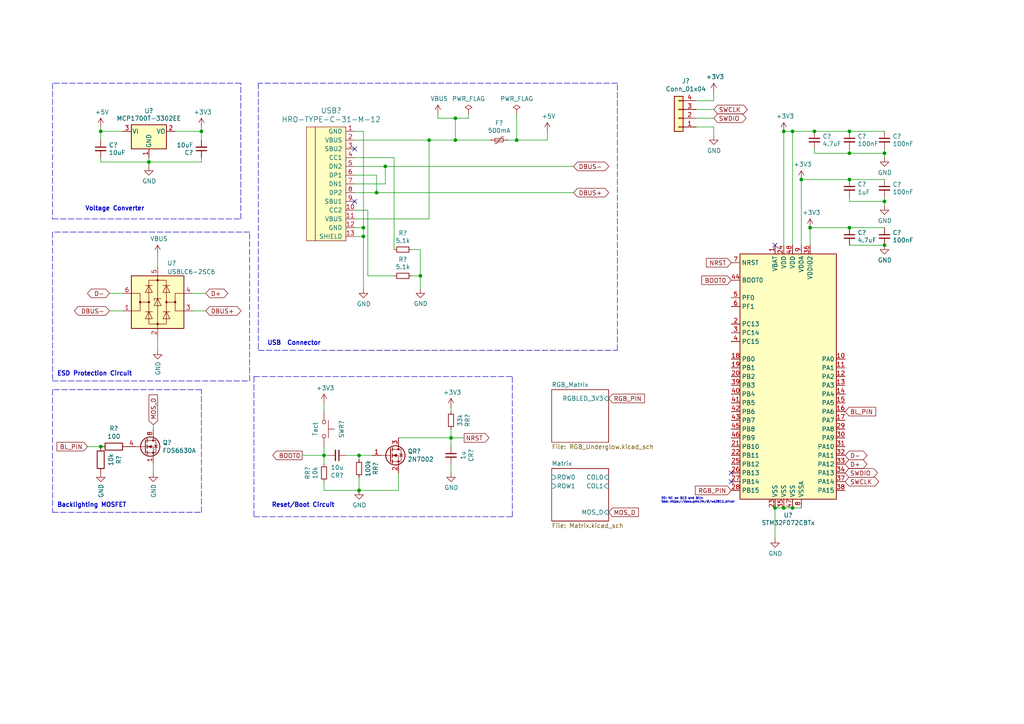
<source format=kicad_sch>
(kicad_sch (version 20211123) (generator eeschema)
  (paper "A4")
  (lib_symbols
    (symbol "Connector_Generic:Conn_01x04" (pin_names (offset 1.016) hide)
      (property "Reference" "J" (at 0 5.08 0))
      (property "Value" "Conn_01x04" (at 0 -7.62 0))
      (symbol "Conn_01x04_1_1"
        (rectangle (start -1.27 -4.953) (end 0 -5.207) (stroke (width 0.1524)))
        (rectangle (start -1.27 -2.413) (end 0 -2.667) (stroke (width 0.1524)))
        (rectangle (start -1.27 0.127) (end 0 -0.127) (stroke (width 0.1524)))
        (rectangle (start -1.27 2.667) (end 0 2.413) (stroke (width 0.1524)))
        (rectangle (start -1.27 3.81) (end 1.27 -6.35) (stroke (width 0.254)) (fill (type background)))
        (pin passive line (at -5.08 2.54 0) (length 3.81) (name "Pin_1") (number "1"))
        (pin passive line (at -5.08 0 0) (length 3.81) (name "Pin_2") (number "2"))
        (pin passive line (at -5.08 -2.54 0) (length 3.81) (name "Pin_3") (number "3"))
        (pin passive line (at -5.08 -5.08 0) (length 3.81) (name "Pin_4") (number "4"))
      )
    )
    (symbol "Device:C_Small" (pin_numbers hide) (pin_names (offset 0.254) hide)
      (property "Reference" "C" (at 0.254 1.778 0))
      (property "Value" "C_Small" (at 0.254 -2.032 0))
      (symbol "C_Small_0_1"
        (polyline (pts (xy -1.524 -0.508) (xy 1.524 -0.508)) (stroke (width 0.3302)))
        (polyline (pts (xy -1.524 0.508) (xy 1.524 0.508)) (stroke (width 0.3048)))
      )
      (symbol "C_Small_1_1"
        (pin passive line (at 0 2.54 270) (length 2.032) (name "~") (number "1"))
        (pin passive line (at 0 -2.54 90) (length 2.032) (name "~") (number "2"))
      )
    )
    (symbol "Device:Polyfuse_Small" (pin_numbers hide) (pin_names (offset 0))
      (property "Reference" "F" (at -1.905 0 90))
      (property "Value" "Polyfuse_Small" (at 1.905 0 90))
      (symbol "Polyfuse_Small_0_1"
        (rectangle (start -0.508 1.27) (end 0.508 -1.27))
        (polyline (pts (xy 0 2.54) (xy 0 -2.54)))
        (polyline (pts (xy -1.016 1.27) (xy -1.016 0.762) (xy 1.016 -0.762) (xy 1.016 -1.27)))
      )
      (symbol "Polyfuse_Small_1_1"
        (pin passive line (at 0 2.54 270) (length 0.635) (name "~") (number "1"))
        (pin passive line (at 0 -2.54 90) (length 0.635) (name "~") (number "2"))
      )
    )
    (symbol "Device:R" (pin_numbers hide) (pin_names (offset 0))
      (property "Reference" "R" (at 2.032 0 90))
      (property "Value" "R" (at 0 0 90))
      (symbol "R_0_1"
        (rectangle (start -1.016 -2.54) (end 1.016 2.54) (stroke (width 0.254)))
      )
      (symbol "R_1_1"
        (pin passive line (at 0 3.81 270) (length 1.27) (name "~") (number "1"))
        (pin passive line (at 0 -3.81 90) (length 1.27) (name "~") (number "2"))
      )
    )
    (symbol "Device:R_Small" (pin_numbers hide) (pin_names (offset 0.254) hide)
      (property "Reference" "R" (at 0.762 0.508 0))
      (property "Value" "R_Small" (at 0.762 -1.016 0))
      (symbol "R_Small_0_1"
        (rectangle (start -0.762 1.778) (end 0.762 -1.778) (stroke (width 0.2032)))
      )
      (symbol "R_Small_1_1"
        (pin passive line (at 0 2.54 270) (length 0.762) (name "~") (number "1"))
        (pin passive line (at 0 -2.54 90) (length 0.762) (name "~") (number "2"))
      )
    )
    (symbol "MCU_ST_STM32F0:STM32F072C8Tx"
      (property "Reference" "U" (at -15.24 36.83 0))
      (property "Value" "STM32F072C8Tx" (at 7.62 36.83 0))
      (symbol "STM32F072C8Tx_0_1"
        (rectangle (start -15.24 -35.56) (end 12.7 35.56) (stroke (width 0.254)) (fill (type background)))
      )
      (symbol "STM32F072C8Tx_1_1"
        (pin power_in line (at -5.08 38.1 270) (length 2.54) (name "VBAT") (number "1"))
        (pin bidirectional line (at 15.24 5.08 180) (length 2.54) (name "PA0") (number "10"))
        (pin bidirectional line (at 15.24 2.54 180) (length 2.54) (name "PA1") (number "11"))
        (pin bidirectional line (at 15.24 0 180) (length 2.54) (name "PA2") (number "12"))
        (pin bidirectional line (at 15.24 -2.54 180) (length 2.54) (name "PA3") (number "13"))
        (pin bidirectional line (at 15.24 -5.08 180) (length 2.54) (name "PA4") (number "14"))
        (pin bidirectional line (at 15.24 -7.62 180) (length 2.54) (name "PA5") (number "15"))
        (pin bidirectional line (at 15.24 -10.16 180) (length 2.54) (name "PA6") (number "16"))
        (pin bidirectional line (at 15.24 -12.7 180) (length 2.54) (name "PA7") (number "17"))
        (pin bidirectional line (at -17.78 5.08 0) (length 2.54) (name "PB0") (number "18"))
        (pin bidirectional line (at -17.78 2.54 0) (length 2.54) (name "PB1") (number "19"))
        (pin bidirectional line (at -17.78 15.24 0) (length 2.54) (name "PC13") (number "2"))
        (pin bidirectional line (at -17.78 0 0) (length 2.54) (name "PB2") (number "20"))
        (pin bidirectional line (at -17.78 -20.32 0) (length 2.54) (name "PB10") (number "21"))
        (pin bidirectional line (at -17.78 -22.86 0) (length 2.54) (name "PB11") (number "22"))
        (pin power_in line (at -5.08 -38.1 90) (length 2.54) (name "VSS") (number "23"))
        (pin power_in line (at -2.54 38.1 270) (length 2.54) (name "VDD") (number "24"))
        (pin bidirectional line (at -17.78 -25.4 0) (length 2.54) (name "PB12") (number "25"))
        (pin bidirectional line (at -17.78 -27.94 0) (length 2.54) (name "PB13") (number "26"))
        (pin bidirectional line (at -17.78 -30.48 0) (length 2.54) (name "PB14") (number "27"))
        (pin bidirectional line (at -17.78 -33.02 0) (length 2.54) (name "PB15") (number "28"))
        (pin bidirectional line (at 15.24 -15.24 180) (length 2.54) (name "PA8") (number "29"))
        (pin bidirectional line (at -17.78 12.7 0) (length 2.54) (name "PC14") (number "3"))
        (pin bidirectional line (at 15.24 -17.78 180) (length 2.54) (name "PA9") (number "30"))
        (pin bidirectional line (at 15.24 -20.32 180) (length 2.54) (name "PA10") (number "31"))
        (pin bidirectional line (at 15.24 -22.86 180) (length 2.54) (name "PA11") (number "32"))
        (pin bidirectional line (at 15.24 -25.4 180) (length 2.54) (name "PA12") (number "33"))
        (pin bidirectional line (at 15.24 -27.94 180) (length 2.54) (name "PA13") (number "34"))
        (pin power_in line (at -2.54 -38.1 90) (length 2.54) (name "VSS") (number "35"))
        (pin power_in line (at 5.08 38.1 270) (length 2.54) (name "VDDIO2") (number "36"))
        (pin bidirectional line (at 15.24 -30.48 180) (length 2.54) (name "PA14") (number "37"))
        (pin bidirectional line (at 15.24 -33.02 180) (length 2.54) (name "PA15") (number "38"))
        (pin bidirectional line (at -17.78 -2.54 0) (length 2.54) (name "PB3") (number "39"))
        (pin bidirectional line (at -17.78 10.16 0) (length 2.54) (name "PC15") (number "4"))
        (pin bidirectional line (at -17.78 -5.08 0) (length 2.54) (name "PB4") (number "40"))
        (pin bidirectional line (at -17.78 -7.62 0) (length 2.54) (name "PB5") (number "41"))
        (pin bidirectional line (at -17.78 -10.16 0) (length 2.54) (name "PB6") (number "42"))
        (pin bidirectional line (at -17.78 -12.7 0) (length 2.54) (name "PB7") (number "43"))
        (pin input line (at -17.78 27.94 0) (length 2.54) (name "BOOT0") (number "44"))
        (pin bidirectional line (at -17.78 -15.24 0) (length 2.54) (name "PB8") (number "45"))
        (pin bidirectional line (at -17.78 -17.78 0) (length 2.54) (name "PB9") (number "46"))
        (pin power_in line (at 0 -38.1 90) (length 2.54) (name "VSS") (number "47"))
        (pin power_in line (at 0 38.1 270) (length 2.54) (name "VDD") (number "48"))
        (pin input line (at -17.78 22.86 0) (length 2.54) (name "PF0") (number "5"))
        (pin input line (at -17.78 20.32 0) (length 2.54) (name "PF1") (number "6"))
        (pin input line (at -17.78 33.02 0) (length 2.54) (name "NRST") (number "7"))
        (pin power_in line (at 2.54 -38.1 90) (length 2.54) (name "VSSA") (number "8"))
        (pin power_in line (at 2.54 38.1 270) (length 2.54) (name "VDDA") (number "9"))
      )
    )
    (symbol "Power_Protection:USBLC6-2SC6" (pin_names hide)
      (property "Reference" "U" (at 2.54 8.89 0))
      (property "Value" "USBLC6-2SC6" (at 2.54 -8.89 0))
      (symbol "USBLC6-2SC6_0_1"
        (rectangle (start -7.62 -7.62) (end 7.62 7.62) (stroke (width 0.254)) (fill (type background)))
        (circle (center -5.08 0) (radius 0.254) (fill (type outline)))
        (circle (center -2.54 0) (radius 0.254) (fill (type outline)))
        (rectangle (start -2.54 6.35) (end 2.54 -6.35))
        (circle (center 0 -6.35) (radius 0.254) (fill (type outline)))
        (polyline (pts (xy -5.08 -2.54) (xy -7.62 -2.54)))
        (polyline (pts (xy -5.08 0) (xy -5.08 -2.54)))
        (polyline (pts (xy -5.08 2.54) (xy -7.62 2.54)))
        (polyline (pts (xy -1.524 -2.794) (xy -3.556 -2.794)))
        (polyline (pts (xy -1.524 4.826) (xy -3.556 4.826)))
        (polyline (pts (xy 0 -7.62) (xy 0 -6.35)))
        (polyline (pts (xy 0 -6.35) (xy 0 1.27)))
        (polyline (pts (xy 0 1.27) (xy 0 6.35)))
        (polyline (pts (xy 0 6.35) (xy 0 7.62)))
        (polyline (pts (xy 1.524 -2.794) (xy 3.556 -2.794)))
        (polyline (pts (xy 1.524 4.826) (xy 3.556 4.826)))
        (polyline (pts (xy 5.08 -2.54) (xy 7.62 -2.54)))
        (polyline (pts (xy 5.08 0) (xy 5.08 -2.54)))
        (polyline (pts (xy 5.08 2.54) (xy 7.62 2.54)))
        (polyline (pts (xy -2.54 0) (xy -5.08 0) (xy -5.08 2.54)))
        (polyline (pts (xy 2.54 0) (xy 5.08 0) (xy 5.08 2.54)))
        (polyline (pts (xy -3.556 -4.826) (xy -1.524 -4.826) (xy -2.54 -2.794) (xy -3.556 -4.826)))
        (polyline (pts (xy -3.556 2.794) (xy -1.524 2.794) (xy -2.54 4.826) (xy -3.556 2.794)))
        (polyline (pts (xy -1.016 -1.016) (xy 1.016 -1.016) (xy 0 1.016) (xy -1.016 -1.016)))
        (polyline (pts (xy 1.016 1.016) (xy 0.762 1.016) (xy -1.016 1.016) (xy -1.016 0.508)))
        (polyline (pts (xy 3.556 -4.826) (xy 1.524 -4.826) (xy 2.54 -2.794) (xy 3.556 -4.826)))
        (polyline (pts (xy 3.556 2.794) (xy 1.524 2.794) (xy 2.54 4.826) (xy 3.556 2.794)))
        (circle (center 0 6.35) (radius 0.254) (fill (type outline)))
        (circle (center 2.54 0) (radius 0.254) (fill (type outline)))
        (circle (center 5.08 0) (radius 0.254) (fill (type outline)))
      )
      (symbol "USBLC6-2SC6_1_1"
        (pin passive line (at -10.16 -2.54 0) (length 2.54) (name "I/O1") (number "1"))
        (pin passive line (at 0 -10.16 90) (length 2.54) (name "GND") (number "2"))
        (pin passive line (at 10.16 -2.54 180) (length 2.54) (name "I/O2") (number "3"))
        (pin passive line (at 10.16 2.54 180) (length 2.54) (name "I/O2") (number "4"))
        (pin passive line (at 0 10.16 270) (length 2.54) (name "VBUS") (number "5"))
        (pin passive line (at -10.16 2.54 0) (length 2.54) (name "I/O1") (number "6"))
      )
    )
    (symbol "Regulator_Linear:MCP1700-3002E_SOT23" (pin_names (offset 0.254))
      (property "Reference" "U" (at -3.81 3.175 0))
      (property "Value" "MCP1700-3002E_SOT23" (at 0 3.175 0))
      (symbol "MCP1700-3002E_SOT23_0_1"
        (rectangle (start -5.08 1.905) (end 5.08 -5.08) (stroke (width 0.254)) (fill (type background)))
      )
      (symbol "MCP1700-3002E_SOT23_1_1"
        (pin power_in line (at 0 -7.62 90) (length 2.54) (name "GND") (number "1"))
        (pin power_out line (at 7.62 0 180) (length 2.54) (name "VO") (number "2"))
        (pin power_in line (at -7.62 0 0) (length 2.54) (name "VI") (number "3"))
      )
    )
    (symbol "Switch:SW_Push" (pin_numbers hide) (pin_names (offset 1.016) hide)
      (property "Reference" "SW" (at 1.27 2.54 0))
      (property "Value" "SW_Push" (at 0 -1.524 0))
      (symbol "SW_Push_0_1"
        (circle (center -2.032 0) (radius 0.508))
        (polyline (pts (xy 0 1.27) (xy 0 3.048)))
        (polyline (pts (xy 2.54 1.27) (xy -2.54 1.27)))
        (circle (center 2.032 0) (radius 0.508))
        (pin passive line (at -5.08 0 0) (length 2.54) (name "1") (number "1"))
        (pin passive line (at 5.08 0 180) (length 2.54) (name "2") (number "2"))
      )
    )
    (symbol "Transistor_FET:2N7002" (pin_names hide)
      (property "Reference" "Q" (at 5.08 1.905 0))
      (property "Value" "2N7002" (at 5.08 0 0))
      (symbol "2N7002_0_1"
        (polyline (pts (xy 0.254 0) (xy -2.54 0)))
        (polyline (pts (xy 0.254 1.905) (xy 0.254 -1.905)) (stroke (width 0.254)))
        (polyline (pts (xy 0.762 -1.27) (xy 0.762 -2.286)) (stroke (width 0.254)))
        (polyline (pts (xy 0.762 0.508) (xy 0.762 -0.508)) (stroke (width 0.254)))
        (polyline (pts (xy 0.762 2.286) (xy 0.762 1.27)) (stroke (width 0.254)))
        (polyline (pts (xy 2.54 2.54) (xy 2.54 1.778)))
        (polyline (pts (xy 2.54 -2.54) (xy 2.54 0) (xy 0.762 0)))
        (polyline (pts (xy 0.762 -1.778) (xy 3.302 -1.778) (xy 3.302 1.778) (xy 0.762 1.778)))
        (polyline (pts (xy 1.016 0) (xy 2.032 0.381) (xy 2.032 -0.381) (xy 1.016 0)) (fill (type outline)))
        (polyline (pts (xy 2.794 0.508) (xy 2.921 0.381) (xy 3.683 0.381) (xy 3.81 0.254)))
        (polyline (pts (xy 3.302 0.381) (xy 2.921 -0.254) (xy 3.683 -0.254) (xy 3.302 0.381)))
        (circle (center 1.651 0) (radius 2.794) (stroke (width 0.254)))
        (circle (center 2.54 -1.778) (radius 0.254) (fill (type outline)))
        (circle (center 2.54 1.778) (radius 0.254) (fill (type outline)))
      )
      (symbol "2N7002_1_1"
        (pin input line (at -5.08 0 0) (length 2.54) (name "G") (number "1"))
        (pin passive line (at 2.54 -5.08 90) (length 2.54) (name "S") (number "2"))
        (pin passive line (at 2.54 5.08 270) (length 2.54) (name "D") (number "3"))
      )
    )
    (symbol "Transistor_FET:FDS6630A" (pin_names hide)
      (property "Reference" "Q" (at 5.08 2.54 0))
      (property "Value" "FDS6630A" (at 5.08 0 0))
      (symbol "FDS6630A_0_1"
        (polyline (pts (xy 0.254 0) (xy -2.54 0)))
        (polyline (pts (xy 0.254 1.905) (xy 0.254 -1.905)) (stroke (width 0.254)))
        (polyline (pts (xy 0.762 -1.27) (xy 0.762 -2.286)) (stroke (width 0.254)))
        (polyline (pts (xy 0.762 0.508) (xy 0.762 -0.508)) (stroke (width 0.254)))
        (polyline (pts (xy 0.762 2.286) (xy 0.762 1.27)) (stroke (width 0.254)))
        (polyline (pts (xy 2.54 2.54) (xy 2.54 1.778)))
        (polyline (pts (xy 2.54 -2.54) (xy 2.54 0) (xy 0.762 0)))
        (polyline (pts (xy 0.762 -1.778) (xy 3.302 -1.778) (xy 3.302 1.778) (xy 0.762 1.778)))
        (polyline (pts (xy 1.016 0) (xy 2.032 0.381) (xy 2.032 -0.381) (xy 1.016 0)) (fill (type outline)))
        (polyline (pts (xy 2.794 0.508) (xy 2.921 0.381) (xy 3.683 0.381) (xy 3.81 0.254)))
        (polyline (pts (xy 3.302 0.381) (xy 2.921 -0.254) (xy 3.683 -0.254) (xy 3.302 0.381)))
        (circle (center 1.651 0) (radius 2.794) (stroke (width 0.254)))
        (circle (center 2.54 -1.778) (radius 0.254) (fill (type outline)))
        (circle (center 2.54 1.778) (radius 0.254) (fill (type outline)))
      )
      (symbol "FDS6630A_1_1"
        (pin passive line (at 2.54 -5.08 90) (length 2.54) (name "S") (number "1"))
        (pin passive line (at 2.54 -5.08 90) (length 2.54) hide (name "S") (number "2"))
        (pin passive line (at 2.54 -5.08 90) (length 2.54) hide (name "S") (number "3"))
        (pin input line (at -5.08 0 0) (length 2.54) (name "G") (number "4"))
        (pin passive line (at 2.54 5.08 270) (length 2.54) hide (name "D") (number "5"))
        (pin passive line (at 2.54 5.08 270) (length 2.54) hide (name "D") (number "6"))
        (pin passive line (at 2.54 5.08 270) (length 2.54) hide (name "D") (number "7"))
        (pin passive line (at 2.54 5.08 270) (length 2.54) (name "D") (number "8"))
      )
    )
    (symbol "Type-C:HRO-TYPE-C-31-M-12" (pin_names (offset 1.016))
      (property "Reference" "USB" (at -5.08 16.51 0))
      (property "Value" "HRO-TYPE-C-31-M-12" (at -10.16 -1.27 90))
      (symbol "HRO-TYPE-C-31-M-12_0_1"
        (rectangle (start -11.43 15.24) (end -8.89 -17.78) (fill (type background)))
        (rectangle (start 0 -17.78) (end -8.89 15.24) (fill (type background)))
      )
      (symbol "HRO-TYPE-C-31-M-12_1_1"
        (pin input line (at 2.54 13.97 180) (length 2.54) (name "GND") (number "1"))
        (pin input line (at 2.54 -8.89 180) (length 2.54) (name "CC2") (number "10"))
        (pin input line (at 2.54 -11.43 180) (length 2.54) (name "VBUS") (number "11"))
        (pin input line (at 2.54 -13.97 180) (length 2.54) (name "GND") (number "12"))
        (pin input line (at 2.54 -16.51 180) (length 2.54) (name "SHIELD") (number "13"))
        (pin input line (at 2.54 11.43 180) (length 2.54) (name "VBUS") (number "2"))
        (pin input line (at 2.54 8.89 180) (length 2.54) (name "SBU2") (number "3"))
        (pin input line (at 2.54 6.35 180) (length 2.54) (name "CC1") (number "4"))
        (pin input line (at 2.54 3.81 180) (length 2.54) (name "DN2") (number "5"))
        (pin input line (at 2.54 1.27 180) (length 2.54) (name "DP1") (number "6"))
        (pin input line (at 2.54 -1.27 180) (length 2.54) (name "DN1") (number "7"))
        (pin input line (at 2.54 -3.81 180) (length 2.54) (name "DP2") (number "8"))
        (pin input line (at 2.54 -6.35 180) (length 2.54) (name "SBU1") (number "9"))
      )
    )
    (symbol "power:+3V3" (power) (pin_names (offset 0))
      (property "Value" "+3V3" (at 0 3.556 0))
      (symbol "+3V3_0_1"
        (polyline (pts (xy -0.762 1.27) (xy 0 2.54)))
        (polyline (pts (xy 0 0) (xy 0 2.54)))
        (polyline (pts (xy 0 2.54) (xy 0.762 1.27)))
      )
      (symbol "+3V3_1_1"
        (pin power_in line (at 0 0 90) (length 0) hide (name "+3V3") (number "1"))
      )
    )
    (symbol "power:+5V" (power) (pin_names (offset 0))
      (property "Value" "+5V" (at 0 3.556 0))
      (symbol "+5V_0_1"
        (polyline (pts (xy -0.762 1.27) (xy 0 2.54)))
        (polyline (pts (xy 0 0) (xy 0 2.54)))
        (polyline (pts (xy 0 2.54) (xy 0.762 1.27)))
      )
      (symbol "+5V_1_1"
        (pin power_in line (at 0 0 90) (length 0) hide (name "+5V") (number "1"))
      )
    )
    (symbol "power:GND" (power) (pin_names (offset 0))
      (property "Value" "GND" (at 0 -3.81 0))
      (symbol "GND_0_1"
        (polyline (pts (xy 0 0) (xy 0 -1.27) (xy 1.27 -1.27) (xy 0 -2.54) (xy -1.27 -1.27) (xy 0 -1.27)))
      )
      (symbol "GND_1_1"
        (pin power_in line (at 0 0 270) (length 0) hide (name "GND") (number "1"))
      )
    )
    (symbol "power:PWR_FLAG" (power) (pin_numbers hide) (pin_names (offset 0) hide)
      (property "Value" "PWR_FLAG" (at 0 3.81 0))
      (symbol "PWR_FLAG_0_0"
        (pin power_out line (at 0 0 90) (length 0) (name "pwr") (number "1"))
      )
      (symbol "PWR_FLAG_0_1"
        (polyline (pts (xy 0 0) (xy 0 1.27) (xy -1.016 1.905) (xy 0 2.54) (xy 1.016 1.905) (xy 0 1.27)))
      )
    )
    (symbol "power:VBUS" (power) (pin_names (offset 0))
      (property "Value" "VBUS" (at 0 3.81 0))
      (symbol "VBUS_0_1"
        (polyline (pts (xy -0.762 1.27) (xy 0 2.54)))
        (polyline (pts (xy 0 0) (xy 0 2.54)))
        (polyline (pts (xy 0 2.54) (xy 0.762 1.27)))
      )
      (symbol "VBUS_1_1"
        (pin power_in line (at 0 0 90) (length 0) hide (name "VBUS") (number "1"))
      )
    )
  )
  (junction (at 236.22 38.1))
  (junction (at 256.54 44.45))
  (junction (at 105.41 66.04))
  (junction (at 234.95 66.04))
  (junction (at 43.18 46.99))
  (junction (at 246.38 52.07))
  (junction (at 104.14 132.08))
  (junction (at 105.41 68.58))
  (junction (at 256.54 71.12))
  (junction (at 111.76 48.26))
  (junction (at 58.42 38.1))
  (junction (at 246.38 44.45))
  (junction (at 149.86 40.64))
  (junction (at 109.22 55.88))
  (junction (at 246.38 66.04))
  (junction (at 132.08 40.64))
  (junction (at 104.14 142.24))
  (junction (at 256.54 58.42))
  (junction (at 29.21 129.54))
  (junction (at 132.08 34.29))
  (junction (at 229.87 147.32))
  (junction (at 124.46 40.64))
  (junction (at 29.21 38.1))
  (junction (at 229.87 38.1))
  (junction (at 246.38 38.1))
  (junction (at 227.33 38.1))
  (junction (at 227.33 147.32))
  (junction (at 121.92 80.01))
  (junction (at 232.41 52.07))
  (junction (at 93.98 132.08))
  (junction (at 224.79 147.32))
  (junction (at 130.81 127))
  (no_connect (at 102.87 43.18))
  (no_connect (at 212.09 139.7))
  (no_connect (at 102.87 58.42))
  (no_connect (at 224.79 71.12))
  (no_connect (at 212.09 137.16))
  (wire (pts (xy 246.38 43.18) (xy 246.38 44.45)))
  (wire (pts (xy 115.57 142.24) (xy 115.57 137.16)))
  (wire (pts (xy 29.21 38.1) (xy 35.56 38.1)))
  (polyline (pts (xy 179.07 101.6) (xy 179.07 24.13)))
  (wire (pts (xy 224.79 147.32) (xy 227.33 147.32)))
  (wire (pts (xy 100.33 132.08) (xy 104.14 132.08)))
  (wire (pts (xy 105.41 66.04) (xy 102.87 66.04)))
  (wire (pts (xy 102.87 50.8) (xy 109.22 50.8)))
  (polyline (pts (xy 179.07 24.13) (xy 74.93 24.13)))
  (wire (pts (xy 29.21 38.1) (xy 29.21 40.64)))
  (polyline (pts (xy 15.24 67.31) (xy 15.24 110.49)))
  (polyline (pts (xy 74.93 101.6) (xy 179.07 101.6)))
  (polyline (pts (xy 15.24 24.13) (xy 15.24 63.5)))
  (wire (pts (xy 121.92 72.39) (xy 121.92 80.01)))
  (wire (pts (xy 229.87 38.1) (xy 229.87 71.12)))
  (wire (pts (xy 105.41 68.58) (xy 102.87 68.58)))
  (wire (pts (xy 149.86 40.64) (xy 158.75 40.64)))
  (wire (pts (xy 135.89 34.29) (xy 135.89 33.02)))
  (wire (pts (xy 58.42 46.99) (xy 58.42 45.72)))
  (wire (pts (xy 124.46 63.5) (xy 124.46 40.64)))
  (wire (pts (xy 149.86 33.02) (xy 149.86 40.64)))
  (wire (pts (xy 256.54 44.45) (xy 256.54 45.72)))
  (wire (pts (xy 256.54 43.18) (xy 256.54 44.45)))
  (wire (pts (xy 234.95 71.12) (xy 234.95 66.04)))
  (wire (pts (xy 95.25 132.08) (xy 93.98 132.08)))
  (polyline (pts (xy 15.24 110.49) (xy 72.39 110.49)))
  (wire (pts (xy 147.32 40.64) (xy 149.86 40.64)))
  (wire (pts (xy 246.38 57.15) (xy 246.38 58.42)))
  (wire (pts (xy 93.98 142.24) (xy 104.14 142.24)))
  (wire (pts (xy 227.33 71.12) (xy 227.33 38.1)))
  (wire (pts (xy 227.33 147.32) (xy 229.87 147.32)))
  (wire (pts (xy 50.8 38.1) (xy 58.42 38.1)))
  (wire (pts (xy 29.21 46.99) (xy 43.18 46.99)))
  (wire (pts (xy 229.87 147.32) (xy 232.41 147.32)))
  (wire (pts (xy 29.21 45.72) (xy 29.21 46.99)))
  (polyline (pts (xy 74.93 24.13) (xy 74.93 101.6)))
  (polyline (pts (xy 58.42 148.59) (xy 58.42 113.03)))
  (wire (pts (xy 55.88 85.09) (xy 59.69 85.09)))
  (wire (pts (xy 132.08 34.29) (xy 135.89 34.29)))
  (wire (pts (xy 93.98 116.84) (xy 93.98 119.38)))
  (wire (pts (xy 246.38 52.07) (xy 232.41 52.07)))
  (wire (pts (xy 43.18 45.72) (xy 43.18 46.99)))
  (wire (pts (xy 111.76 48.26) (xy 166.37 48.26)))
  (wire (pts (xy 121.92 80.01) (xy 121.92 83.82)))
  (wire (pts (xy 102.87 38.1) (xy 105.41 38.1)))
  (wire (pts (xy 224.79 147.32) (xy 224.79 156.21)))
  (wire (pts (xy 246.38 71.12) (xy 256.54 71.12)))
  (wire (pts (xy 106.68 60.96) (xy 106.68 80.01)))
  (wire (pts (xy 234.95 66.04) (xy 246.38 66.04)))
  (wire (pts (xy 134.62 127) (xy 130.81 127)))
  (wire (pts (xy 109.22 55.88) (xy 166.37 55.88)))
  (wire (pts (xy 31.75 85.09) (xy 35.56 85.09)))
  (wire (pts (xy 119.38 72.39) (xy 121.92 72.39)))
  (wire (pts (xy 58.42 38.1) (xy 58.42 36.83)))
  (wire (pts (xy 93.98 129.54) (xy 93.98 132.08)))
  (wire (pts (xy 130.81 134.62) (xy 130.81 137.16)))
  (wire (pts (xy 124.46 40.64) (xy 102.87 40.64)))
  (wire (pts (xy 246.38 66.04) (xy 256.54 66.04)))
  (wire (pts (xy 246.38 58.42) (xy 256.54 58.42)))
  (wire (pts (xy 104.14 142.24) (xy 115.57 142.24)))
  (wire (pts (xy 130.81 124.46) (xy 130.81 127)))
  (polyline (pts (xy 69.85 24.13) (xy 15.24 24.13)))
  (polyline (pts (xy 72.39 110.49) (xy 72.39 67.31)))
  (wire (pts (xy 232.41 52.07) (xy 232.41 71.12)))
  (wire (pts (xy 201.93 29.21) (xy 207.01 29.21)))
  (wire (pts (xy 227.33 38.1) (xy 229.87 38.1)))
  (wire (pts (xy 43.18 46.99) (xy 58.42 46.99)))
  (wire (pts (xy 102.87 63.5) (xy 124.46 63.5)))
  (wire (pts (xy 207.01 34.29) (xy 201.93 34.29)))
  (wire (pts (xy 93.98 132.08) (xy 93.98 134.62)))
  (wire (pts (xy 207.01 29.21) (xy 207.01 26.67)))
  (wire (pts (xy 256.54 58.42) (xy 256.54 59.69)))
  (wire (pts (xy 106.68 60.96) (xy 102.87 60.96)))
  (wire (pts (xy 132.08 34.29) (xy 132.08 40.64)))
  (wire (pts (xy 201.93 31.75) (xy 207.01 31.75)))
  (wire (pts (xy 114.3 45.72) (xy 114.3 72.39)))
  (wire (pts (xy 45.72 73.66) (xy 45.72 77.47)))
  (polyline (pts (xy 69.85 63.5) (xy 69.85 24.13)))
  (wire (pts (xy 109.22 50.8) (xy 109.22 55.88)))
  (wire (pts (xy 158.75 40.64) (xy 158.75 38.1)))
  (wire (pts (xy 256.54 52.07) (xy 246.38 52.07)))
  (wire (pts (xy 55.88 90.17) (xy 59.69 90.17)))
  (wire (pts (xy 111.76 53.34) (xy 111.76 48.26)))
  (wire (pts (xy 104.14 138.43) (xy 104.14 142.24)))
  (wire (pts (xy 236.22 43.18) (xy 236.22 44.45)))
  (wire (pts (xy 207.01 36.83) (xy 207.01 39.37)))
  (wire (pts (xy 256.54 38.1) (xy 246.38 38.1)))
  (polyline (pts (xy 15.24 63.5) (xy 69.85 63.5)))
  (polyline (pts (xy 72.39 67.31) (xy 15.24 67.31)))
  (wire (pts (xy 246.38 38.1) (xy 236.22 38.1)))
  (wire (pts (xy 132.08 40.64) (xy 124.46 40.64)))
  (wire (pts (xy 111.76 48.26) (xy 102.87 48.26)))
  (polyline (pts (xy 58.42 113.03) (xy 15.24 113.03)))
  (wire (pts (xy 25.4 129.54) (xy 29.21 129.54)))
  (wire (pts (xy 102.87 45.72) (xy 114.3 45.72)))
  (wire (pts (xy 43.18 46.99) (xy 43.18 48.26)))
  (wire (pts (xy 31.75 90.17) (xy 35.56 90.17)))
  (wire (pts (xy 58.42 38.1) (xy 58.42 40.64)))
  (wire (pts (xy 130.81 118.11) (xy 130.81 119.38)))
  (wire (pts (xy 44.45 134.62) (xy 44.45 137.16)))
  (wire (pts (xy 236.22 38.1) (xy 229.87 38.1)))
  (wire (pts (xy 105.41 83.82) (xy 105.41 68.58)))
  (wire (pts (xy 119.38 80.01) (xy 121.92 80.01)))
  (wire (pts (xy 105.41 68.58) (xy 105.41 66.04)))
  (wire (pts (xy 106.68 80.01) (xy 114.3 80.01)))
  (wire (pts (xy 142.24 40.64) (xy 132.08 40.64)))
  (wire (pts (xy 102.87 53.34) (xy 111.76 53.34)))
  (wire (pts (xy 44.45 123.19) (xy 44.45 124.46)))
  (wire (pts (xy 256.54 57.15) (xy 256.54 58.42)))
  (wire (pts (xy 201.93 36.83) (xy 207.01 36.83)))
  (wire (pts (xy 236.22 44.45) (xy 246.38 44.45)))
  (wire (pts (xy 130.81 127) (xy 130.81 129.54)))
  (wire (pts (xy 246.38 44.45) (xy 256.54 44.45)))
  (polyline (pts (xy 15.24 148.59) (xy 58.42 148.59)))
  (polyline (pts (xy 15.24 113.03) (xy 15.24 148.59)))
  (polyline (pts (xy 73.66 109.22) (xy 148.59 109.22)))
  (wire (pts (xy 104.14 133.35) (xy 104.14 132.08)))
  (wire (pts (xy 29.21 36.83) (xy 29.21 38.1)))
  (wire (pts (xy 104.14 132.08) (xy 107.95 132.08)))
  (wire (pts (xy 109.22 55.88) (xy 102.87 55.88)))
  (wire (pts (xy 127 33.02) (xy 127 34.29)))
  (polyline (pts (xy 73.66 109.22) (xy 73.66 149.86)))
  (wire (pts (xy 45.72 97.79) (xy 45.72 101.6)))
  (wire (pts (xy 87.63 132.08) (xy 93.98 132.08)))
  (wire (pts (xy 105.41 38.1) (xy 105.41 66.04)))
  (wire (pts (xy 93.98 139.7) (xy 93.98 142.24)))
  (polyline (pts (xy 73.66 149.86) (xy 148.59 149.86)))
  (wire (pts (xy 127 34.29) (xy 132.08 34.29)))
  (wire (pts (xy 115.57 127) (xy 130.81 127)))
  (polyline (pts (xy 148.59 149.86) (xy 148.59 109.22)))
  (text "Reset/Boot Circuit" (at 78.74 147.32 0) (effects (font (size 1.27 1.27) (thickness 0.254) bold) (justify left bottom)))
  (text "USB  Connector" (at 77.47 100.33 0) (effects (font (size 1.27 1.27) (thickness 0.254) bold) (justify left bottom)))
  (text "Backlighting MOSFET" (at 16.51 147.32 0) (effects (font (size 1.27 1.27) (thickness 0.254) bold) (justify left bottom)))
  (text "ESD Protection Circuit" (at 16.51 109.22 0) (effects (font (size 1.27 1.27) (thickness 0.254) bold) (justify left bottom)))
  (text "Voltage Converter" (at 24.638 61.341 0) (effects (font (size 1.27 1.27) (thickness 0.254) bold) (justify left bottom)))
  (text "RE: NC on B13 and B14:\nSee: https://docs.qmk.fm/#/ws2812_driver" (at 191.77 146.05 0) (effects (font (size 0.635 0.635)) (justify left bottom)))
  (global_label "MOS_D" (shape input) (at 176.53 148.59 0) (property "Intersheet References" "${INTERSHEET_REFS}" (effects hide)))
  (global_label "DBUS-" (shape bidirectional) (at 31.75 90.17 180) (property "Intersheet References" "${INTERSHEET_REFS}" (effects hide)))
  (global_label "SWCLK" (shape bidirectional) (at 245.11 139.7 0) (property "Intersheet References" "${INTERSHEET_REFS}" (effects hide)))
  (global_label "DBUS+" (shape bidirectional) (at 166.37 55.88 0) (property "Intersheet References" "${INTERSHEET_REFS}" (effects hide)))
  (global_label "BOOT0" (shape output) (at 87.63 132.08 180) (property "Intersheet References" "${INTERSHEET_REFS}" (effects hide)))
  (global_label "D+" (shape bidirectional) (at 59.69 85.09 0) (property "Intersheet References" "${INTERSHEET_REFS}" (effects hide)))
  (global_label "D-" (shape bidirectional) (at 245.11 132.08 0) (property "Intersheet References" "${INTERSHEET_REFS}" (effects hide)))
  (global_label "NRST" (shape output) (at 134.62 127 0) (property "Intersheet References" "${INTERSHEET_REFS}" (effects hide)))
  (global_label "DBUS-" (shape bidirectional) (at 166.37 48.26 0) (property "Intersheet References" "${INTERSHEET_REFS}" (effects hide)))
  (global_label "SWDIO" (shape bidirectional) (at 207.01 34.29 0) (property "Intersheet References" "${INTERSHEET_REFS}" (effects hide)))
  (global_label "BL_PIN" (shape input) (at 25.4 129.54 180) (property "Intersheet References" "${INTERSHEET_REFS}" (effects hide)))
  (global_label "D+" (shape bidirectional) (at 245.11 134.62 0) (property "Intersheet References" "${INTERSHEET_REFS}" (effects hide)))
  (global_label "SWCLK" (shape bidirectional) (at 207.01 31.75 0) (property "Intersheet References" "${INTERSHEET_REFS}" (effects hide)))
  (global_label "RGB_PIN" (shape input) (at 176.53 115.57 0) (property "Intersheet References" "${INTERSHEET_REFS}" (effects hide)))
  (global_label "MOS_D" (shape input) (at 44.45 123.19 90) (property "Intersheet References" "${INTERSHEET_REFS}" (effects hide)))
  (global_label "DBUS+" (shape bidirectional) (at 59.69 90.17 0) (property "Intersheet References" "${INTERSHEET_REFS}" (effects hide)))
  (global_label "SWDIO" (shape bidirectional) (at 245.11 137.16 0) (property "Intersheet References" "${INTERSHEET_REFS}" (effects hide)))
  (global_label "D-" (shape bidirectional) (at 31.75 85.09 180) (property "Intersheet References" "${INTERSHEET_REFS}" (effects hide)))
  (global_label "BOOT0" (shape input) (at 212.09 81.28 180) (property "Intersheet References" "${INTERSHEET_REFS}" (effects hide)))
  (global_label "BL_PIN" (shape input) (at 245.11 119.38 0) (property "Intersheet References" "${INTERSHEET_REFS}" (effects hide)))
  (global_label "NRST" (shape input) (at 212.09 76.2 180) (property "Intersheet References" "${INTERSHEET_REFS}" (effects hide)))
  (global_label "RGB_PIN" (shape input) (at 212.09 142.24 180) (property "Intersheet References" "${INTERSHEET_REFS}" (effects hide)))
  (symbol (lib_id "power:GND") (at 105.41 83.82 0) (unit 1)
    (property "Reference" "#PWR?" (effects hide))
    (property "Value" "GND" (at 105.5116 88.1634 0))
  )
  (symbol (lib_id "Device:R_Small") (at 116.84 72.39 270) (unit 1)
    (property "Reference" "R?" (at 116.84 67.6148 90))
    (property "Value" "5.1k" (at 116.84 69.7992 90))
    (property "Footprint" "Resistor_SMD:R_0805_2012Metric" (effects hide))
  )
  (symbol (lib_id "Device:Polyfuse_Small") (at 144.78 40.64 270) (unit 1)
    (property "Reference" "F?" (at 144.78 35.687 90))
    (property "Value" "500mA" (at 144.78 37.8714 90))
    (property "Footprint" "Capacitor_SMD:C_1206_3216Metric_Pad1.42x1.75mm_HandSolder" (effects hide))
  )
  (symbol (lib_id "Device:R_Small") (at 116.84 80.01 270) (unit 1)
    (property "Reference" "R?" (at 116.84 75.2348 90))
    (property "Value" "5.1k" (at 116.84 77.4192 90))
    (property "Footprint" "Resistor_SMD:R_0805_2012Metric" (effects hide))
  )
  (symbol (lib_id "power:GND") (at 121.92 83.82 0) (unit 1)
    (property "Reference" "#PWR?" (effects hide))
    (property "Value" "GND" (at 122.0216 88.0872 0))
  )
  (symbol (lib_id "Type-C:HRO-TYPE-C-31-M-12") (at 100.33 52.07 0) (unit 1)
    (property "Reference" "USB?" (at 96.0628 32.0802 0) (effects (font (size 1.524 1.524))))
    (property "Value" "HRO-TYPE-C-31-M-12" (at 96.0628 34.6456 0) (effects (font (size 1.524 1.524))))
    (property "Footprint" "Type-C:HRO-TYPE-C-31-M-12" (effects hide))
  )
  (symbol (lib_id "power:PWR_FLAG") (at 149.86 33.02 0) (unit 1)
    (property "Reference" "#FLG?" (effects hide))
    (property "Value" "PWR_FLAG" (at 149.86 28.6512 0))
  )
  (symbol (lib_id "power:PWR_FLAG") (at 135.89 33.02 0) (unit 1)
    (property "Reference" "#FLG?" (effects hide))
    (property "Value" "PWR_FLAG" (at 135.89 28.6512 0))
  )
  (symbol (lib_id "Device:C_Small") (at 29.21 43.18 0) (unit 1)
    (property "Reference" "C?" (at 31.5468 42.0878 0) (effects (justify left)))
    (property "Value" "10uF" (at 31.5468 44.2722 0) (effects (justify left)))
    (property "Footprint" "Capacitor_SMD:C_0603_1608Metric_Pad1.05x0.95mm_HandSolder" (effects hide))
  )
  (symbol (lib_id "power:+5V") (at 29.21 36.83 0) (unit 1)
    (property "Reference" "#PWR?" (effects hide))
    (property "Value" "+5V" (at 29.5656 32.5374 0))
  )
  (symbol (lib_id "power:+3V3") (at 130.81 118.11 0) (unit 1)
    (property "Reference" "#PWR?" (effects hide))
    (property "Value" "+3V3" (at 131.1656 113.8174 0))
  )
  (symbol (lib_id "power:GND") (at 43.18 48.26 0) (unit 1)
    (property "Reference" "#PWR?" (effects hide))
    (property "Value" "GND" (at 43.2816 52.5272 0))
  )
  (symbol (lib_id "Switch:SW_Push") (at 93.98 124.46 270) (unit 1)
    (property "Reference" "SWR?" (at 99.06 124.46 0))
    (property "Value" "Tact" (at 91.44 124.46 0))
    (property "Footprint" "Button_Switch_SMD:SW_SPST_TL3342" (effects hide))
  )
  (symbol (lib_id "Device:C_Small") (at 130.81 132.08 0) (mirror y) (unit 1)
    (property "Reference" "CR?" (at 136.6266 132.08 90))
    (property "Value" "1u" (at 134.3152 132.08 90))
    (property "Footprint" "Capacitor_SMD:C_0603_1608Metric_Pad1.05x0.95mm_HandSolder" (effects hide))
  )
  (symbol (lib_id "Device:R_Small") (at 104.14 135.89 0) (unit 1)
    (property "Reference" "RR?" (at 108.9152 135.89 90))
    (property "Value" "100k" (at 106.7308 135.89 90))
    (property "Footprint" "Resistor_SMD:R_0805_2012Metric" (effects hide))
  )
  (symbol (lib_id "Device:C_Small") (at 58.42 43.18 180) (unit 1)
    (property "Reference" "C?" (at 56.0832 44.2722 0) (effects (justify left)))
    (property "Value" "10uF" (at 56.0832 42.0878 0) (effects (justify left)))
    (property "Footprint" "Capacitor_SMD:C_0603_1608Metric_Pad1.05x0.95mm_HandSolder" (effects hide))
  )
  (symbol (lib_id "power:+3V3") (at 58.42 36.83 0) (unit 1)
    (property "Reference" "#PWR?" (effects hide))
    (property "Value" "+3V3" (at 58.7756 32.5374 0))
  )
  (symbol (lib_id "Regulator_Linear:MCP1700-3002E_SOT23") (at 43.18 38.1 0) (unit 1)
    (property "Reference" "U?" (at 43.18 32.1564 0))
    (property "Value" "MCP1700T-3302EE" (at 43.18 34.3408 0))
    (property "Footprint" "Package_TO_SOT_SMD:SOT-23" (effects hide))
    (property "Datasheet" "http://ww1.microchip.com/downloads/en/DeviceDoc/20001826D.pdf" (effects hide))
  )
  (symbol (lib_id "power:+5V") (at 158.75 38.1 0) (unit 1)
    (property "Reference" "#PWR?" (effects hide))
    (property "Value" "+5V" (at 159.1056 33.7312 0))
  )
  (symbol (lib_id "Device:C_Small") (at 236.22 40.64 0) (unit 1)
    (property "Reference" "C?" (at 238.5568 39.5478 0) (effects (justify left)))
    (property "Value" "4.7uF" (at 238.5568 41.7322 0) (effects (justify left)))
    (property "Footprint" "Capacitor_SMD:C_0603_1608Metric_Pad1.05x0.95mm_HandSolder" (effects hide))
  )
  (symbol (lib_id "Device:C_Small") (at 246.38 40.64 0) (unit 1)
    (property "Reference" "C?" (at 248.7168 39.5478 0) (effects (justify left)))
    (property "Value" "100nF" (at 248.7168 41.7322 0) (effects (justify left)))
    (property "Footprint" "Capacitor_SMD:C_0603_1608Metric_Pad1.05x0.95mm_HandSolder" (effects hide))
  )
  (symbol (lib_id "Device:C_Small") (at 246.38 68.58 0) (unit 1)
    (property "Reference" "C?" (at 248.7168 67.4878 0) (effects (justify left)))
    (property "Value" "4.7uF" (at 248.7168 69.6722 0) (effects (justify left)))
    (property "Footprint" "Capacitor_SMD:C_0603_1608Metric_Pad1.05x0.95mm_HandSolder" (effects hide))
  )
  (symbol (lib_id "Device:C_Small") (at 256.54 68.58 0) (unit 1)
    (property "Reference" "C?" (at 258.8768 67.4878 0) (effects (justify left)))
    (property "Value" "100nF" (at 258.8768 69.6722 0) (effects (justify left)))
    (property "Footprint" "Capacitor_SMD:C_0603_1608Metric_Pad1.05x0.95mm_HandSolder" (effects hide))
  )
  (symbol (lib_id "MCU_ST_STM32F0:STM32F072C8Tx") (at 229.87 109.22 0) (unit 1)
    (property "Reference" "U?" (at 228.6 149.4536 0))
    (property "Value" "STM32F072CBTx" (at 228.6 151.638 0))
    (property "Footprint" "Package_QFP:LQFP-48_7x7mm_P0.5mm" (effects hide))
    (property "Datasheet" "http://www.st.com/st-web-ui/static/active/en/resource/technical/document/datasheet/DM00090510.pdf" (effects hide))
  )
  (symbol (lib_id "power:GND") (at 224.79 156.21 0) (unit 1)
    (property "Reference" "#PWR?" (effects hide))
    (property "Value" "GND" (at 224.8916 160.5534 0))
  )
  (symbol (lib_id "Device:C_Small") (at 246.38 54.61 0) (unit 1)
    (property "Reference" "C?" (at 248.7168 53.4416 0) (effects (justify left)))
    (property "Value" "1uF" (at 248.7168 55.753 0) (effects (justify left)))
    (property "Footprint" "Capacitor_SMD:C_0603_1608Metric_Pad1.05x0.95mm_HandSolder" (effects hide))
  )
  (symbol (lib_id "Device:C_Small") (at 256.54 54.61 0) (unit 1)
    (property "Reference" "C?" (at 258.8768 53.5178 0) (effects (justify left)))
    (property "Value" "100nF" (at 258.8768 55.7022 0) (effects (justify left)))
    (property "Footprint" "Capacitor_SMD:C_0603_1608Metric_Pad1.05x0.95mm_HandSolder" (effects hide))
  )
  (symbol (lib_id "Device:C_Small") (at 256.54 40.64 0) (unit 1)
    (property "Reference" "C?" (at 258.8768 39.5478 0) (effects (justify left)))
    (property "Value" "100nF" (at 258.8768 41.7322 0) (effects (justify left)))
    (property "Footprint" "Capacitor_SMD:C_0603_1608Metric_Pad1.05x0.95mm_HandSolder" (effects hide))
  )
  (symbol (lib_id "power:GND") (at 45.72 101.6 0) (unit 1)
    (property "Reference" "#PWR?" (effects hide))
    (property "Value" "GND" (at 45.8216 104.8004 90) (effects (justify right)))
  )
  (symbol (lib_id "Transistor_FET:FDS6630A") (at 41.91 129.54 0) (unit 1)
    (property "Reference" "Q?" (at 47.1424 128.3716 0) (effects (justify left)))
    (property "Value" "FDS6630A" (at 47.1424 130.683 0) (effects (justify left)))
    (property "Footprint" "Package_SO:SOIC-8_3.9x4.9mm_P1.27mm" (effects hide))
    (property "Datasheet" "http://www.onsemi.com/pub/Collateral/FDS6630A-D.pdf" (effects hide))
  )
  (symbol (lib_id "Device:R") (at 33.02 129.54 90) (unit 1)
    (property "Reference" "R?" (at 33.02 124.2822 90))
    (property "Value" "100" (at 33.02 126.5936 90))
  )
  (symbol (lib_id "power:GND") (at 44.45 137.16 0) (unit 1)
    (property "Reference" "#PWR?" (effects hide))
    (property "Value" "GND" (at 44.5516 140.3604 90) (effects (justify right)))
  )
  (symbol (lib_id "power:GND") (at 256.54 71.12 0) (unit 1)
    (property "Reference" "#PWR?" (effects hide))
    (property "Value" "GND" (at 256.6416 75.4634 0))
  )
  (symbol (lib_id "power:GND") (at 256.54 59.69 0) (unit 1)
    (property "Reference" "#PWR?" (effects hide))
    (property "Value" "GND" (at 256.6416 64.0334 0))
  )
  (symbol (lib_id "power:GND") (at 256.54 45.72 0) (unit 1)
    (property "Reference" "#PWR?" (effects hide))
    (property "Value" "GND" (at 256.6416 50.0634 0))
  )
  (symbol (lib_id "Device:R") (at 29.21 133.35 0) (unit 1)
    (property "Reference" "R?" (at 34.4678 133.35 90))
    (property "Value" "10k" (at 32.1564 133.35 90))
  )
  (symbol (lib_id "power:GND") (at 29.21 137.16 0) (unit 1)
    (property "Reference" "#PWR?" (effects hide))
    (property "Value" "GND" (at 29.3116 140.3604 90) (effects (justify right)))
  )
  (symbol (lib_id "Connector_Generic:Conn_01x04") (at 196.85 34.29 180) (unit 1)
    (property "Reference" "J?" (at 198.9328 23.495 0))
    (property "Value" "Conn_01x04" (at 198.9328 25.8064 0))
  )
  (symbol (lib_id "power:+3V3") (at 207.01 26.67 0) (unit 1)
    (property "Reference" "#PWR?" (effects hide))
    (property "Value" "+3V3" (at 207.391 22.2758 0))
  )
  (symbol (lib_id "power:GND") (at 207.01 39.37 0) (unit 1)
    (property "Reference" "#PWR?" (effects hide))
    (property "Value" "GND" (at 207.1116 43.7134 0))
  )
  (symbol (lib_id "power:+3V3") (at 227.33 38.1 0) (unit 1)
    (property "Reference" "#PWR?" (effects hide))
    (property "Value" "+3V3" (at 227.711 33.7058 0))
  )
  (symbol (lib_id "power:+3V3") (at 232.41 52.07 0) (unit 1)
    (property "Reference" "#PWR?" (effects hide))
    (property "Value" "+3V3" (at 232.791 47.6758 0))
  )
  (symbol (lib_id "power:+3V3") (at 234.95 66.04 0) (unit 1)
    (property "Reference" "#PWR?" (effects hide))
    (property "Value" "+3V3" (at 235.331 61.6458 0))
  )
  (symbol (lib_id "power:VBUS") (at 127 33.02 0) (unit 1)
    (property "Reference" "#PWR?" (effects hide))
    (property "Value" "VBUS" (at 127.381 28.6258 0))
  )
  (symbol (lib_id "power:VBUS") (at 45.72 73.66 0) (unit 1)
    (property "Reference" "#PWR?" (effects hide))
    (property "Value" "VBUS" (at 46.101 69.2658 0))
  )
  (symbol (lib_id "Device:C_Small") (at 97.79 132.08 270) (mirror x) (unit 1)
    (property "Reference" "CR?" (at 97.79 137.8966 90))
    (property "Value" "10u" (at 97.79 135.5852 90))
    (property "Footprint" "Capacitor_SMD:C_0603_1608Metric_Pad1.05x0.95mm_HandSolder" (effects hide))
  )
  (symbol (lib_id "Transistor_FET:2N7002") (at 113.03 132.08 0) (unit 1)
    (property "Reference" "QR?" (at 118.2116 130.9116 0) (effects (justify left)))
    (property "Value" "2N7002" (at 118.2116 133.223 0) (effects (justify left)))
    (property "Footprint" "Package_TO_SOT_SMD:SOT-23" (effects hide))
    (property "Datasheet" "https://www.fairchildsemi.com/datasheets/2N/2N7002.pdf" (effects hide))
  )
  (symbol (lib_id "Device:R_Small") (at 93.98 137.16 180) (unit 1)
    (property "Reference" "RR?" (at 89.2048 137.16 90))
    (property "Value" "10k" (at 91.3892 137.16 90))
    (property "Footprint" "Resistor_SMD:R_0805_2012Metric" (effects hide))
  )
  (symbol (lib_id "Device:R_Small") (at 130.81 121.92 0) (unit 1)
    (property "Reference" "RR?" (at 135.5852 121.92 90))
    (property "Value" "33k" (at 133.4008 121.92 90))
    (property "Footprint" "Resistor_SMD:R_0805_2012Metric" (effects hide))
  )
  (symbol (lib_id "power:+3V3") (at 93.98 116.84 0) (unit 1)
    (property "Reference" "#PWR?" (effects hide))
    (property "Value" "+3V3" (at 94.3356 112.5474 0))
  )
  (symbol (lib_id "power:GND") (at 130.81 137.16 0) (unit 1)
    (property "Reference" "#PWR?" (effects hide))
    (property "Value" "GND" (at 130.9116 141.4272 0))
  )
  (symbol (lib_id "power:GND") (at 104.14 142.24 0) (unit 1)
    (property "Reference" "#PWR?" (effects hide))
    (property "Value" "GND" (at 104.2416 146.5072 0))
  )
  (symbol (lib_id "Power_Protection:USBLC6-2SC6") (at 45.72 87.63 0) (unit 1)
    (property "Reference" "U?" (at 48.4887 76.3102 0) (effects (justify left)))
    (property "Value" "USBLC6-2SC6" (at 48.4887 78.8471 0) (effects (justify left)))
    (property "Footprint" "Package_TO_SOT_SMD:SOT-23-6" (effects hide))
    (property "Datasheet" "https://www.st.com/resource/en/datasheet/usblc6-2.pdf" (effects hide))
  )
  (sheet (at 160.02 135.89) (size 16.51 15.24)
    (property "Sheet name" "Matrix" (at 160.02 135.1784 0) (effects (justify left bottom)))
    (property "Sheet file" "Matrix.kicad_sch" (at 160.02 151.7146 0) (effects (justify left top)))
    (pin "COL0" input (at 176.53 138.43 0))
    (pin "ROW0" input (at 160.02 138.43 180))
    (pin "COL1" input (at 176.53 140.97 0))
    (pin "ROW1" input (at 160.02 140.97 180))
    (pin "MOS_D" input (at 176.53 148.59 0))
  )
  (sheet (at 160.02 113.03) (size 16.51 15.24)
    (property "Sheet name" "RGB_Matrix" (at 160.02 112.3184 0) (effects (justify left bottom)))
    (property "Sheet file" "RGB_Underglow.kicad_sch" (at 160.02 128.8546 0) (effects (justify left top)))
    (pin "RGBLED_3V3" input (at 176.53 115.57 0))
  )
)
</source>
